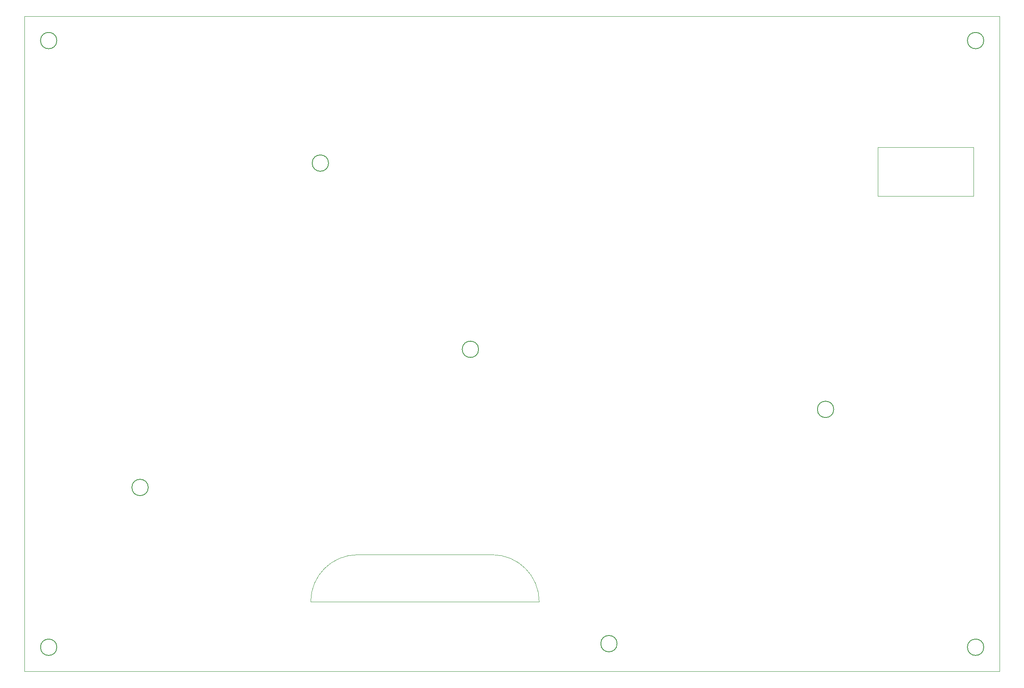
<source format=gbr>
%TF.GenerationSoftware,KiCad,Pcbnew,7.0.8*%
%TF.CreationDate,2024-01-22T14:24:46+01:00*%
%TF.ProjectId,BMS-Master,424d532d-4d61-4737-9465-722e6b696361,rev?*%
%TF.SameCoordinates,Original*%
%TF.FileFunction,Profile,NP*%
%FSLAX46Y46*%
G04 Gerber Fmt 4.6, Leading zero omitted, Abs format (unit mm)*
G04 Created by KiCad (PCBNEW 7.0.8) date 2024-01-22 14:24:46*
%MOMM*%
%LPD*%
G01*
G04 APERTURE LIST*
%TA.AperFunction,Profile*%
%ADD10C,0.200000*%
%TD*%
%TA.AperFunction,Profile*%
%ADD11C,0.100000*%
%TD*%
G04 APERTURE END LIST*
D10*
X106700000Y-192500000D02*
G75*
G03*
X106700000Y-192500000I-1700000J0D01*
G01*
X144200000Y-125000000D02*
G75*
G03*
X144200000Y-125000000I-1700000J0D01*
G01*
X249250000Y-176250000D02*
G75*
G03*
X249250000Y-176250000I-1700000J0D01*
G01*
X175400000Y-163750000D02*
G75*
G03*
X175400000Y-163750000I-1700000J0D01*
G01*
X204200000Y-225000000D02*
G75*
G03*
X204200000Y-225000000I-1700000J0D01*
G01*
X87700000Y-99500000D02*
G75*
G03*
X87700000Y-99500000I-1700000J0D01*
G01*
X87700000Y-225750000D02*
G75*
G03*
X87700000Y-225750000I-1700000J0D01*
G01*
X280450000Y-99500000D02*
G75*
G03*
X280450000Y-99500000I-1700000J0D01*
G01*
D11*
X188000000Y-216250000D02*
G75*
G03*
X178250000Y-206500000I-9750000J0D01*
G01*
X258401463Y-121699417D02*
X278310000Y-121699417D01*
X278310000Y-131870000D01*
X258401463Y-131870000D01*
X258401463Y-121699417D01*
X188000000Y-216250000D02*
X178250000Y-216250000D01*
X150250000Y-206500000D02*
X178250000Y-206500000D01*
X81000000Y-94488000D02*
X283695000Y-94488000D01*
X283695000Y-230772000D01*
X81000000Y-230772000D01*
X81000000Y-94488000D01*
X150250000Y-216250000D02*
X140500000Y-216250000D01*
X150250000Y-216250000D02*
X178250000Y-216250000D01*
X150250000Y-206500000D02*
G75*
G03*
X140500000Y-216250000I0J-9750000D01*
G01*
D10*
X280450000Y-225750000D02*
G75*
G03*
X280450000Y-225750000I-1700000J0D01*
G01*
M02*

</source>
